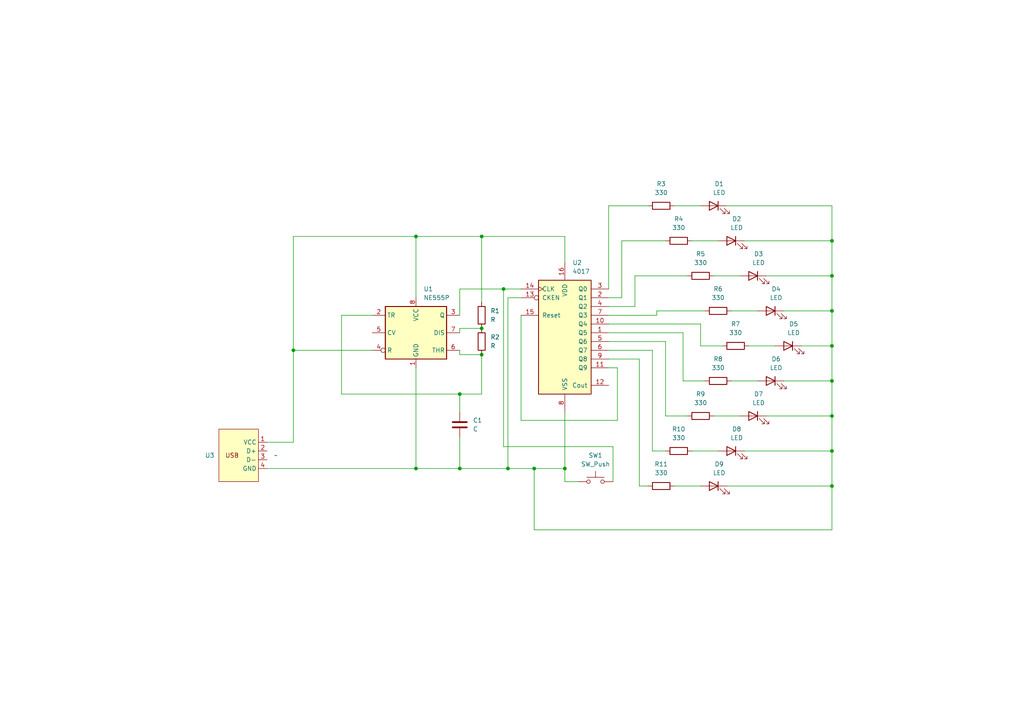
<source format=kicad_sch>
(kicad_sch (version 20230121) (generator eeschema)
  (paper "A4")
  (lib_symbols
    (symbol "4xxx:4017" (pin_names (offset 1.016))
      (property "Reference" "U" (at -7.62 16.51 0))
      (property "Value" "4017" (at -7.62 -19.05 0))
      (symbol "4017_1_0"
        (pin output line (at 12.7 0 180) (length 5.08) (name "Q5") (number "1"))
        (pin output line (at 12.7 2.54 180) (length 5.08) (name "Q4") (number "10"))
        (pin output line (at 12.7 -10.16 180) (length 5.08) (name "Q9") (number "11"))
        (pin output line (at 12.7 -15.24 180) (length 5.08) (name "Cout") (number "12"))
        (pin input inverted (at -12.7 10.16 0) (length 5.08) (name "CKEN") (number "13"))
        (pin input clock (at -12.7 12.7 0) (length 5.08) (name "CLK") (number "14"))
        (pin input line (at -12.7 5.08 0) (length 5.08) (name "Reset") (number "15"))
        (pin power_in line (at 0 20.32 270) (length 5.08) (name "VDD") (number "16"))
        (pin output line (at 12.7 10.16 180) (length 5.08) (name "Q1") (number "2"))
        (pin output line (at 12.7 12.7 180) (length 5.08) (name "Q0") (number "3"))
        (pin output line (at 12.7 7.62 180) (length 5.08) (name "Q2") (number "4"))
        (pin output line (at 12.7 -2.54 180) (length 5.08) (name "Q6") (number "5"))
        (pin output line (at 12.7 -5.08 180) (length 5.08) (name "Q7") (number "6"))
        (pin output line (at 12.7 5.08 180) (length 5.08) (name "Q3") (number "7"))
        (pin power_in line (at 0 -22.86 90) (length 5.08) (name "VSS") (number "8"))
        (pin output line (at 12.7 -7.62 180) (length 5.08) (name "Q8") (number "9"))
      )
      (symbol "4017_1_1"
        (rectangle (start -7.62 15.24) (end 7.62 -17.78) (stroke (width 0.254)) (fill (type background)))
      )
    )
    (symbol "Device:C" (pin_numbers hide) (pin_names (offset 0.254))
      (property "Reference" "C" (at 0.635 2.54 0))
      (property "Value" "C" (at 0.635 -2.54 0))
      (symbol "C_0_1"
        (polyline (pts (xy -2.032 -0.762) (xy 2.032 -0.762)) (stroke (width 0.508)))
        (polyline (pts (xy -2.032 0.762) (xy 2.032 0.762)) (stroke (width 0.508)))
      )
      (symbol "C_1_1"
        (pin passive line (at 0 3.81 270) (length 2.794) (name "~") (number "1"))
        (pin passive line (at 0 -3.81 90) (length 2.794) (name "~") (number "2"))
      )
    )
    (symbol "Device:LED" (pin_numbers hide) (pin_names (offset 1.016) hide)
      (property "Reference" "D" (at 0 2.54 0))
      (property "Value" "LED" (at 0 -2.54 0))
      (symbol "LED_0_1"
        (polyline (pts (xy -1.27 -1.27) (xy -1.27 1.27)) (stroke (width 0.254)))
        (polyline (pts (xy -1.27 0) (xy 1.27 0)))
        (polyline (pts (xy 1.27 -1.27) (xy 1.27 1.27) (xy -1.27 0) (xy 1.27 -1.27)) (stroke (width 0.254)))
        (polyline (pts (xy -3.048 -0.762) (xy -4.572 -2.286) (xy -3.81 -2.286) (xy -4.572 -2.286) (xy -4.572 -1.524)))
        (polyline (pts (xy -1.778 -0.762) (xy -3.302 -2.286) (xy -2.54 -2.286) (xy -3.302 -2.286) (xy -3.302 -1.524)))
      )
      (symbol "LED_1_1"
        (pin passive line (at -3.81 0 0) (length 2.54) (name "K") (number "1"))
        (pin passive line (at 3.81 0 180) (length 2.54) (name "A") (number "2"))
      )
    )
    (symbol "Device:R" (pin_numbers hide) (pin_names (offset 0))
      (property "Reference" "R" (at 2.032 0 90))
      (property "Value" "R" (at 0 0 90))
      (symbol "R_0_1"
        (rectangle (start -1.016 -2.54) (end 1.016 2.54) (stroke (width 0.254)))
      )
      (symbol "R_1_1"
        (pin passive line (at 0 3.81 270) (length 1.27) (name "~") (number "1"))
        (pin passive line (at 0 -3.81 90) (length 1.27) (name "~") (number "2"))
      )
    )
    (symbol "Switch:SW_Push" (pin_numbers hide) (pin_names (offset 1.016) hide)
      (property "Reference" "SW" (at 1.27 2.54 0))
      (property "Value" "SW_Push" (at 0 -1.524 0))
      (symbol "SW_Push_0_1"
        (circle (center -2.032 0) (radius 0.508))
        (polyline (pts (xy 0 1.27) (xy 0 3.048)))
        (polyline (pts (xy 2.54 1.27) (xy -2.54 1.27)))
        (circle (center 2.032 0) (radius 0.508))
        (pin passive line (at -5.08 0 0) (length 2.54) (name "1") (number "1"))
        (pin passive line (at 5.08 0 180) (length 2.54) (name "2") (number "2"))
      )
    )
    (symbol "Timer:NE555P"
      (property "Reference" "U" (at -10.16 8.89 0))
      (property "Value" "NE555P" (at 2.54 8.89 0))
      (symbol "NE555P_0_0"
        (pin power_in line (at 0 -10.16 90) (length 2.54) (name "GND") (number "1"))
        (pin power_in line (at 0 10.16 270) (length 2.54) (name "VCC") (number "8"))
      )
      (symbol "NE555P_0_1"
        (rectangle (start -8.89 -7.62) (end 8.89 7.62) (stroke (width 0.254)) (fill (type background)))
        (rectangle (start -8.89 -7.62) (end 8.89 7.62) (stroke (width 0.254)) (fill (type background)))
      )
      (symbol "NE555P_1_1"
        (pin input line (at -12.7 5.08 0) (length 3.81) (name "TR") (number "2"))
        (pin output line (at 12.7 5.08 180) (length 3.81) (name "Q") (number "3"))
        (pin input inverted (at -12.7 -5.08 0) (length 3.81) (name "R") (number "4"))
        (pin input line (at -12.7 0 0) (length 3.81) (name "CV") (number "5"))
        (pin input line (at 12.7 -5.08 180) (length 3.81) (name "THR") (number "6"))
        (pin input line (at 12.7 0 180) (length 3.81) (name "DIS") (number "7"))
      )
    )
    (symbol "custom_symbol_library:PCB_USB_CONNECTOR"
      (property "Reference" "U" (at 0 0 0))
      (symbol "PCB_USB_CONNECTOR_1_1"
        (rectangle (start 5.08 7.62) (end 16.51 -7.62) (fill (type background)))
        (text "USB" (at 12.7 0 0) (effects (font (size 1.27 1.27))))
        (pin power_in line (at 2.54 3.81 0) (length 2.54) (name "VCC") (number "1"))
        (pin bidirectional line (at 2.54 1.27 0) (length 2.54) (name "D+") (number "2"))
        (pin bidirectional line (at 2.54 -1.27 0) (length 2.54) (name "D-") (number "3"))
        (pin power_in line (at 2.54 -3.81 0) (length 2.54) (name "GND") (number "4"))
      )
    )
  )
  (junction (at 241.3 80.01))
  (junction (at 133.35 114.3))
  (junction (at 133.35 135.89))
  (junction (at 241.3 140.97))
  (junction (at 139.7 102.87))
  (junction (at 241.3 100.33))
  (junction (at 241.3 130.81))
  (junction (at 120.65 68.58))
  (junction (at 147.32 135.89))
  (junction (at 154.94 135.89))
  (junction (at 139.7 68.58))
  (junction (at 85.09 101.6))
  (junction (at 241.3 90.17))
  (junction (at 163.83 135.89))
  (junction (at 120.65 135.89))
  (junction (at 139.7 95.25))
  (junction (at 241.3 120.65))
  (junction (at 146.05 83.82))
  (junction (at 241.3 110.49))
  (junction (at 241.3 69.85))
  (wire (pts (xy 190.5 91.44) (xy 190.5 90.17)))
  (wire (pts (xy 85.09 101.6) (xy 85.09 128.27)))
  (wire (pts (xy 176.53 99.06) (xy 193.04 99.06)))
  (wire (pts (xy 176.53 104.14) (xy 185.42 104.14)))
  (wire (pts (xy 241.3 69.85) (xy 241.3 80.01)))
  (wire (pts (xy 146.05 129.54) (xy 177.8 129.54)))
  (wire (pts (xy 241.3 59.69) (xy 241.3 69.85)))
  (wire (pts (xy 85.09 128.27) (xy 77.47 128.27)))
  (wire (pts (xy 85.09 101.6) (xy 107.95 101.6)))
  (wire (pts (xy 193.04 120.65) (xy 199.39 120.65)))
  (wire (pts (xy 146.05 83.82) (xy 151.13 83.82)))
  (wire (pts (xy 241.3 153.67) (xy 154.94 153.67)))
  (wire (pts (xy 212.09 110.49) (xy 219.71 110.49)))
  (wire (pts (xy 154.94 135.89) (xy 163.83 135.89)))
  (wire (pts (xy 176.53 59.69) (xy 187.96 59.69)))
  (wire (pts (xy 207.01 120.65) (xy 214.63 120.65)))
  (wire (pts (xy 163.83 139.7) (xy 163.83 135.89)))
  (wire (pts (xy 151.13 121.92) (xy 151.13 91.44)))
  (wire (pts (xy 133.35 114.3) (xy 133.35 119.38)))
  (wire (pts (xy 241.3 120.65) (xy 241.3 130.81)))
  (wire (pts (xy 120.65 68.58) (xy 120.65 86.36)))
  (wire (pts (xy 151.13 86.36) (xy 147.32 86.36)))
  (wire (pts (xy 133.35 83.82) (xy 133.35 91.44)))
  (wire (pts (xy 163.83 68.58) (xy 163.83 76.2)))
  (wire (pts (xy 207.01 80.01) (xy 214.63 80.01)))
  (wire (pts (xy 179.07 106.68) (xy 179.07 121.92)))
  (wire (pts (xy 176.53 93.98) (xy 203.2 93.98)))
  (wire (pts (xy 232.41 100.33) (xy 241.3 100.33)))
  (wire (pts (xy 241.3 90.17) (xy 241.3 100.33)))
  (wire (pts (xy 241.3 140.97) (xy 241.3 153.67)))
  (wire (pts (xy 200.66 69.85) (xy 208.28 69.85)))
  (wire (pts (xy 210.82 140.97) (xy 241.3 140.97)))
  (wire (pts (xy 139.7 95.25) (xy 133.35 95.25)))
  (wire (pts (xy 200.66 130.81) (xy 208.28 130.81)))
  (wire (pts (xy 177.8 129.54) (xy 177.8 139.7)))
  (wire (pts (xy 222.25 80.01) (xy 241.3 80.01)))
  (wire (pts (xy 167.64 139.7) (xy 163.83 139.7)))
  (wire (pts (xy 179.07 121.92) (xy 151.13 121.92)))
  (wire (pts (xy 176.53 86.36) (xy 180.34 86.36)))
  (wire (pts (xy 107.95 91.44) (xy 99.06 91.44)))
  (wire (pts (xy 185.42 140.97) (xy 187.96 140.97)))
  (wire (pts (xy 154.94 153.67) (xy 154.94 135.89)))
  (wire (pts (xy 133.35 114.3) (xy 139.7 114.3)))
  (wire (pts (xy 120.65 135.89) (xy 133.35 135.89)))
  (wire (pts (xy 133.35 95.25) (xy 133.35 96.52)))
  (wire (pts (xy 139.7 68.58) (xy 139.7 87.63)))
  (wire (pts (xy 203.2 100.33) (xy 209.55 100.33)))
  (wire (pts (xy 77.47 135.89) (xy 120.65 135.89)))
  (wire (pts (xy 195.58 59.69) (xy 203.2 59.69)))
  (wire (pts (xy 215.9 69.85) (xy 241.3 69.85)))
  (wire (pts (xy 133.35 127) (xy 133.35 135.89)))
  (wire (pts (xy 120.65 106.68) (xy 120.65 135.89)))
  (wire (pts (xy 179.07 106.68) (xy 176.53 106.68)))
  (wire (pts (xy 120.65 68.58) (xy 139.7 68.58)))
  (wire (pts (xy 190.5 90.17) (xy 204.47 90.17)))
  (wire (pts (xy 85.09 101.6) (xy 85.09 68.58)))
  (wire (pts (xy 139.7 68.58) (xy 163.83 68.58)))
  (wire (pts (xy 189.23 101.6) (xy 189.23 130.81)))
  (wire (pts (xy 212.09 90.17) (xy 219.71 90.17)))
  (wire (pts (xy 146.05 83.82) (xy 146.05 129.54)))
  (wire (pts (xy 180.34 86.36) (xy 180.34 69.85)))
  (wire (pts (xy 241.3 80.01) (xy 241.3 90.17)))
  (wire (pts (xy 198.12 110.49) (xy 204.47 110.49)))
  (wire (pts (xy 184.15 88.9) (xy 184.15 80.01)))
  (wire (pts (xy 227.33 110.49) (xy 241.3 110.49)))
  (wire (pts (xy 185.42 104.14) (xy 185.42 140.97)))
  (wire (pts (xy 227.33 90.17) (xy 241.3 90.17)))
  (wire (pts (xy 176.53 88.9) (xy 184.15 88.9)))
  (wire (pts (xy 147.32 135.89) (xy 154.94 135.89)))
  (wire (pts (xy 203.2 93.98) (xy 203.2 100.33)))
  (wire (pts (xy 222.25 120.65) (xy 241.3 120.65)))
  (wire (pts (xy 163.83 135.89) (xy 163.83 119.38)))
  (wire (pts (xy 210.82 59.69) (xy 241.3 59.69)))
  (wire (pts (xy 139.7 102.87) (xy 133.35 102.87)))
  (wire (pts (xy 133.35 83.82) (xy 146.05 83.82)))
  (wire (pts (xy 133.35 135.89) (xy 147.32 135.89)))
  (wire (pts (xy 195.58 140.97) (xy 203.2 140.97)))
  (wire (pts (xy 193.04 99.06) (xy 193.04 120.65)))
  (wire (pts (xy 99.06 114.3) (xy 133.35 114.3)))
  (wire (pts (xy 147.32 86.36) (xy 147.32 135.89)))
  (wire (pts (xy 198.12 96.52) (xy 198.12 110.49)))
  (wire (pts (xy 176.53 83.82) (xy 176.53 59.69)))
  (wire (pts (xy 139.7 102.87) (xy 139.7 114.3)))
  (wire (pts (xy 241.3 130.81) (xy 241.3 140.97)))
  (wire (pts (xy 180.34 69.85) (xy 193.04 69.85)))
  (wire (pts (xy 99.06 91.44) (xy 99.06 114.3)))
  (wire (pts (xy 217.17 100.33) (xy 224.79 100.33)))
  (wire (pts (xy 85.09 68.58) (xy 120.65 68.58)))
  (wire (pts (xy 215.9 130.81) (xy 241.3 130.81)))
  (wire (pts (xy 176.53 101.6) (xy 189.23 101.6)))
  (wire (pts (xy 176.53 96.52) (xy 198.12 96.52)))
  (wire (pts (xy 241.3 100.33) (xy 241.3 110.49)))
  (wire (pts (xy 176.53 91.44) (xy 190.5 91.44)))
  (wire (pts (xy 241.3 110.49) (xy 241.3 120.65)))
  (wire (pts (xy 184.15 80.01) (xy 199.39 80.01)))
  (wire (pts (xy 133.35 102.87) (xy 133.35 101.6)))
  (wire (pts (xy 189.23 130.81) (xy 193.04 130.81)))
  (symbol (lib_id "Device:R") (at 196.85 69.85 270) (unit 1)
    (property "Reference" "R4" (at 196.85 63.5 90))
    (property "Value" "330" (at 196.85 66.04 90))
    (property "Footprint" "Resistor_SMD:R_0805_2012Metric_Pad1.20x1.40mm_HandSolder" (effects hide))
  )
  (symbol (lib_id "Timer:NE555P") (at 120.65 96.52 0) (unit 1)
    (property "Reference" "U1" (at 122.8441 83.82 0) (effects (justify left)))
    (property "Value" "NE555P" (at 122.8441 86.36 0) (effects (justify left)))
    (property "Footprint" "Package_DIP:DIP-8_W7.62mm" (effects hide))
    (property "Datasheet" "http://www.ti.com/lit/ds/symlink/ne555.pdf" (effects hide))
  )
  (symbol (lib_id "Device:LED") (at 207.01 59.69 0) (mirror y) (unit 1)
    (property "Reference" "D1" (at 208.5975 53.34 0))
    (property "Value" "LED" (at 208.5975 55.88 0))
    (property "Footprint" "LED_SMD:LED_1210_3225Metric_Pad1.42x2.65mm_HandSolder" (effects hide))
  )
  (symbol (lib_id "custom_symbol_library:PCB_USB_CONNECTOR") (at 80.01 132.08 0) (mirror y) (unit 1)
    (property "Reference" "U3" (at 62.23 132.08 0) (effects (justify left)))
    (property "Value" "~" (at 80.01 132.08 0))
    (property "Footprint" "custom_footprint_library:PCB_USB_connector" (effects hide))
  )
  (symbol (lib_id "Switch:SW_Push") (at 172.72 139.7 0) (unit 1)
    (property "Reference" "SW1" (at 172.72 132.08 0))
    (property "Value" "SW_Push" (at 172.72 134.62 0))
    (property "Footprint" "Button_Switch_SMD:SW_Push_SPST_NO_Alps_SKRK" (effects hide))
  )
  (symbol (lib_id "Device:R") (at 208.28 90.17 270) (unit 1)
    (property "Reference" "R6" (at 208.28 83.82 90))
    (property "Value" "330" (at 208.28 86.36 90))
    (property "Footprint" "Resistor_SMD:R_0805_2012Metric_Pad1.20x1.40mm_HandSolder" (effects hide))
  )
  (symbol (lib_id "Device:R") (at 139.7 91.44 0) (unit 1)
    (property "Reference" "R1" (at 142.24 90.17 0) (effects (justify left)))
    (property "Value" "R" (at 142.24 92.71 0) (effects (justify left)))
    (property "Footprint" "Resistor_SMD:R_0805_2012Metric_Pad1.20x1.40mm_HandSolder" (effects hide))
  )
  (symbol (lib_id "Device:LED") (at 228.6 100.33 0) (mirror y) (unit 1)
    (property "Reference" "D5" (at 230.1875 93.98 0))
    (property "Value" "LED" (at 230.1875 96.52 0))
    (property "Footprint" "LED_SMD:LED_1210_3225Metric_Pad1.42x2.65mm_HandSolder" (effects hide))
  )
  (symbol (lib_id "Device:LED") (at 223.52 110.49 0) (mirror y) (unit 1)
    (property "Reference" "D6" (at 225.1075 104.14 0))
    (property "Value" "LED" (at 225.1075 106.68 0))
    (property "Footprint" "LED_SMD:LED_1210_3225Metric_Pad1.42x2.65mm_HandSolder" (effects hide))
  )
  (symbol (lib_id "Device:LED") (at 223.52 90.17 0) (mirror y) (unit 1)
    (property "Reference" "D4" (at 225.1075 83.82 0))
    (property "Value" "LED" (at 225.1075 86.36 0))
    (property "Footprint" "LED_SMD:LED_1210_3225Metric_Pad1.42x2.65mm_HandSolder" (effects hide))
  )
  (symbol (lib_id "Device:LED") (at 212.09 130.81 0) (mirror y) (unit 1)
    (property "Reference" "D8" (at 213.6775 124.46 0))
    (property "Value" "LED" (at 213.6775 127 0))
    (property "Footprint" "LED_SMD:LED_1210_3225Metric_Pad1.42x2.65mm_HandSolder" (effects hide))
  )
  (symbol (lib_id "Device:LED") (at 218.44 80.01 0) (mirror y) (unit 1)
    (property "Reference" "D3" (at 220.0275 73.66 0))
    (property "Value" "LED" (at 220.0275 76.2 0))
    (property "Footprint" "LED_SMD:LED_1210_3225Metric_Pad1.42x2.65mm_HandSolder" (effects hide))
  )
  (symbol (lib_id "Device:R") (at 208.28 110.49 270) (unit 1)
    (property "Reference" "R8" (at 208.28 104.14 90))
    (property "Value" "330" (at 208.28 106.68 90))
    (property "Footprint" "Resistor_SMD:R_0805_2012Metric_Pad1.20x1.40mm_HandSolder" (effects hide))
  )
  (symbol (lib_id "Device:LED") (at 212.09 69.85 0) (mirror y) (unit 1)
    (property "Reference" "D2" (at 213.6775 63.5 0))
    (property "Value" "LED" (at 213.6775 66.04 0))
    (property "Footprint" "LED_SMD:LED_1210_3225Metric_Pad1.42x2.65mm_HandSolder" (effects hide))
  )
  (symbol (lib_id "Device:R") (at 196.85 130.81 270) (unit 1)
    (property "Reference" "R10" (at 196.85 124.46 90))
    (property "Value" "330" (at 196.85 127 90))
    (property "Footprint" "Resistor_SMD:R_0805_2012Metric_Pad1.20x1.40mm_HandSolder" (effects hide))
  )
  (symbol (lib_id "Device:LED") (at 207.01 140.97 0) (mirror y) (unit 1)
    (property "Reference" "D9" (at 208.5975 134.62 0))
    (property "Value" "LED" (at 208.5975 137.16 0))
    (property "Footprint" "LED_SMD:LED_1210_3225Metric_Pad1.42x2.65mm_HandSolder" (effects hide))
  )
  (symbol (lib_id "Device:C") (at 133.35 123.19 0) (unit 1)
    (property "Reference" "C1" (at 137.16 121.92 0) (effects (justify left)))
    (property "Value" "C" (at 137.16 124.46 0) (effects (justify left)))
    (property "Footprint" "Capacitor_SMD:C_0805_2012Metric_Pad1.18x1.45mm_HandSolder" (effects hide))
  )
  (symbol (lib_id "Device:R") (at 191.77 140.97 270) (unit 1)
    (property "Reference" "R11" (at 191.77 134.62 90))
    (property "Value" "330" (at 191.77 137.16 90))
    (property "Footprint" "Resistor_SMD:R_0805_2012Metric_Pad1.20x1.40mm_HandSolder" (effects hide))
  )
  (symbol (lib_id "Device:R") (at 139.7 99.06 0) (unit 1)
    (property "Reference" "R2" (at 142.24 97.79 0) (effects (justify left)))
    (property "Value" "R" (at 142.24 100.33 0) (effects (justify left)))
    (property "Footprint" "Resistor_SMD:R_0805_2012Metric_Pad1.20x1.40mm_HandSolder" (effects hide))
  )
  (symbol (lib_id "Device:R") (at 213.36 100.33 270) (unit 1)
    (property "Reference" "R7" (at 213.36 93.98 90))
    (property "Value" "330" (at 213.36 96.52 90))
    (property "Footprint" "Resistor_SMD:R_0805_2012Metric_Pad1.20x1.40mm_HandSolder" (effects hide))
  )
  (symbol (lib_id "Device:R") (at 203.2 120.65 270) (unit 1)
    (property "Reference" "R9" (at 203.2 114.3 90))
    (property "Value" "330" (at 203.2 116.84 90))
    (property "Footprint" "Resistor_SMD:R_0805_2012Metric_Pad1.20x1.40mm_HandSolder" (effects hide))
  )
  (symbol (lib_id "Device:R") (at 203.2 80.01 270) (unit 1)
    (property "Reference" "R5" (at 203.2 73.66 90))
    (property "Value" "330" (at 203.2 76.2 90))
    (property "Footprint" "Resistor_SMD:R_0805_2012Metric_Pad1.20x1.40mm_HandSolder" (effects hide))
  )
  (symbol (lib_id "4xxx:4017") (at 163.83 96.52 0) (unit 1)
    (property "Reference" "U2" (at 166.0241 76.2 0) (effects (justify left)))
    (property "Value" "4017" (at 166.0241 78.74 0) (effects (justify left)))
    (property "Footprint" "Package_DIP:DIP-16_W7.62mm" (effects hide))
    (property "Datasheet" "http://www.intersil.com/content/dam/Intersil/documents/cd40/cd4017bms-22bms.pdf" (effects hide))
  )
  (symbol (lib_id "Device:R") (at 191.77 59.69 270) (unit 1)
    (property "Reference" "R3" (at 191.77 53.34 90))
    (property "Value" "330" (at 191.77 55.88 90))
    (property "Footprint" "Resistor_SMD:R_0805_2012Metric_Pad1.20x1.40mm_HandSolder" (effects hide))
  )
  (symbol (lib_id "Device:LED") (at 218.44 120.65 0) (mirror y) (unit 1)
    (property "Reference" "D7" (at 220.0275 114.3 0))
    (property "Value" "LED" (at 220.0275 116.84 0))
    (property "Footprint" "LED_SMD:LED_1210_3225Metric_Pad1.42x2.65mm_HandSolder" (effects hide))
  )
)
</source>
